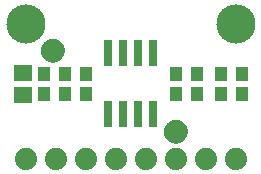
<source format=gbr>
G04 EAGLE Gerber RS-274X export*
G75*
%MOMM*%
%FSLAX34Y34*%
%LPD*%
%INSoldermask Top*%
%IPPOS*%
%AMOC8*
5,1,8,0,0,1.08239X$1,22.5*%
G01*
%ADD10R,1.101600X1.176600*%
%ADD11C,1.101600*%
%ADD12C,0.500000*%
%ADD13C,1.879600*%
%ADD14C,3.317600*%
%ADD15R,0.701600X2.301600*%
%ADD16R,1.601600X1.341600*%


D10*
X76200Y97400D03*
X76200Y80400D03*
D11*
X48260Y116840D03*
D12*
X48260Y124340D02*
X48079Y124338D01*
X47898Y124331D01*
X47717Y124320D01*
X47536Y124305D01*
X47356Y124285D01*
X47176Y124261D01*
X46997Y124233D01*
X46819Y124200D01*
X46642Y124163D01*
X46465Y124122D01*
X46290Y124077D01*
X46115Y124027D01*
X45942Y123973D01*
X45771Y123915D01*
X45600Y123853D01*
X45432Y123786D01*
X45265Y123716D01*
X45099Y123642D01*
X44936Y123563D01*
X44775Y123481D01*
X44615Y123395D01*
X44458Y123305D01*
X44303Y123211D01*
X44150Y123114D01*
X44000Y123012D01*
X43852Y122908D01*
X43706Y122799D01*
X43564Y122688D01*
X43424Y122572D01*
X43287Y122454D01*
X43152Y122332D01*
X43021Y122207D01*
X42893Y122079D01*
X42768Y121948D01*
X42646Y121813D01*
X42528Y121676D01*
X42412Y121536D01*
X42301Y121394D01*
X42192Y121248D01*
X42088Y121100D01*
X41986Y120950D01*
X41889Y120797D01*
X41795Y120642D01*
X41705Y120485D01*
X41619Y120325D01*
X41537Y120164D01*
X41458Y120001D01*
X41384Y119835D01*
X41314Y119668D01*
X41247Y119500D01*
X41185Y119329D01*
X41127Y119158D01*
X41073Y118985D01*
X41023Y118810D01*
X40978Y118635D01*
X40937Y118458D01*
X40900Y118281D01*
X40867Y118103D01*
X40839Y117924D01*
X40815Y117744D01*
X40795Y117564D01*
X40780Y117383D01*
X40769Y117202D01*
X40762Y117021D01*
X40760Y116840D01*
X48260Y124340D02*
X48441Y124338D01*
X48622Y124331D01*
X48803Y124320D01*
X48984Y124305D01*
X49164Y124285D01*
X49344Y124261D01*
X49523Y124233D01*
X49701Y124200D01*
X49878Y124163D01*
X50055Y124122D01*
X50230Y124077D01*
X50405Y124027D01*
X50578Y123973D01*
X50749Y123915D01*
X50920Y123853D01*
X51088Y123786D01*
X51255Y123716D01*
X51421Y123642D01*
X51584Y123563D01*
X51745Y123481D01*
X51905Y123395D01*
X52062Y123305D01*
X52217Y123211D01*
X52370Y123114D01*
X52520Y123012D01*
X52668Y122908D01*
X52814Y122799D01*
X52956Y122688D01*
X53096Y122572D01*
X53233Y122454D01*
X53368Y122332D01*
X53499Y122207D01*
X53627Y122079D01*
X53752Y121948D01*
X53874Y121813D01*
X53992Y121676D01*
X54108Y121536D01*
X54219Y121394D01*
X54328Y121248D01*
X54432Y121100D01*
X54534Y120950D01*
X54631Y120797D01*
X54725Y120642D01*
X54815Y120485D01*
X54901Y120325D01*
X54983Y120164D01*
X55062Y120001D01*
X55136Y119835D01*
X55206Y119668D01*
X55273Y119500D01*
X55335Y119329D01*
X55393Y119158D01*
X55447Y118985D01*
X55497Y118810D01*
X55542Y118635D01*
X55583Y118458D01*
X55620Y118281D01*
X55653Y118103D01*
X55681Y117924D01*
X55705Y117744D01*
X55725Y117564D01*
X55740Y117383D01*
X55751Y117202D01*
X55758Y117021D01*
X55760Y116840D01*
X55758Y116659D01*
X55751Y116478D01*
X55740Y116297D01*
X55725Y116116D01*
X55705Y115936D01*
X55681Y115756D01*
X55653Y115577D01*
X55620Y115399D01*
X55583Y115222D01*
X55542Y115045D01*
X55497Y114870D01*
X55447Y114695D01*
X55393Y114522D01*
X55335Y114351D01*
X55273Y114180D01*
X55206Y114012D01*
X55136Y113845D01*
X55062Y113679D01*
X54983Y113516D01*
X54901Y113355D01*
X54815Y113195D01*
X54725Y113038D01*
X54631Y112883D01*
X54534Y112730D01*
X54432Y112580D01*
X54328Y112432D01*
X54219Y112286D01*
X54108Y112144D01*
X53992Y112004D01*
X53874Y111867D01*
X53752Y111732D01*
X53627Y111601D01*
X53499Y111473D01*
X53368Y111348D01*
X53233Y111226D01*
X53096Y111108D01*
X52956Y110992D01*
X52814Y110881D01*
X52668Y110772D01*
X52520Y110668D01*
X52370Y110566D01*
X52217Y110469D01*
X52062Y110375D01*
X51905Y110285D01*
X51745Y110199D01*
X51584Y110117D01*
X51421Y110038D01*
X51255Y109964D01*
X51088Y109894D01*
X50920Y109827D01*
X50749Y109765D01*
X50578Y109707D01*
X50405Y109653D01*
X50230Y109603D01*
X50055Y109558D01*
X49878Y109517D01*
X49701Y109480D01*
X49523Y109447D01*
X49344Y109419D01*
X49164Y109395D01*
X48984Y109375D01*
X48803Y109360D01*
X48622Y109349D01*
X48441Y109342D01*
X48260Y109340D01*
X48079Y109342D01*
X47898Y109349D01*
X47717Y109360D01*
X47536Y109375D01*
X47356Y109395D01*
X47176Y109419D01*
X46997Y109447D01*
X46819Y109480D01*
X46642Y109517D01*
X46465Y109558D01*
X46290Y109603D01*
X46115Y109653D01*
X45942Y109707D01*
X45771Y109765D01*
X45600Y109827D01*
X45432Y109894D01*
X45265Y109964D01*
X45099Y110038D01*
X44936Y110117D01*
X44775Y110199D01*
X44615Y110285D01*
X44458Y110375D01*
X44303Y110469D01*
X44150Y110566D01*
X44000Y110668D01*
X43852Y110772D01*
X43706Y110881D01*
X43564Y110992D01*
X43424Y111108D01*
X43287Y111226D01*
X43152Y111348D01*
X43021Y111473D01*
X42893Y111601D01*
X42768Y111732D01*
X42646Y111867D01*
X42528Y112004D01*
X42412Y112144D01*
X42301Y112286D01*
X42192Y112432D01*
X42088Y112580D01*
X41986Y112730D01*
X41889Y112883D01*
X41795Y113038D01*
X41705Y113195D01*
X41619Y113355D01*
X41537Y113516D01*
X41458Y113679D01*
X41384Y113845D01*
X41314Y114012D01*
X41247Y114180D01*
X41185Y114351D01*
X41127Y114522D01*
X41073Y114695D01*
X41023Y114870D01*
X40978Y115045D01*
X40937Y115222D01*
X40900Y115399D01*
X40867Y115577D01*
X40839Y115756D01*
X40815Y115936D01*
X40795Y116116D01*
X40780Y116297D01*
X40769Y116478D01*
X40762Y116659D01*
X40760Y116840D01*
D11*
X152400Y48260D03*
D12*
X152400Y55760D02*
X152219Y55758D01*
X152038Y55751D01*
X151857Y55740D01*
X151676Y55725D01*
X151496Y55705D01*
X151316Y55681D01*
X151137Y55653D01*
X150959Y55620D01*
X150782Y55583D01*
X150605Y55542D01*
X150430Y55497D01*
X150255Y55447D01*
X150082Y55393D01*
X149911Y55335D01*
X149740Y55273D01*
X149572Y55206D01*
X149405Y55136D01*
X149239Y55062D01*
X149076Y54983D01*
X148915Y54901D01*
X148755Y54815D01*
X148598Y54725D01*
X148443Y54631D01*
X148290Y54534D01*
X148140Y54432D01*
X147992Y54328D01*
X147846Y54219D01*
X147704Y54108D01*
X147564Y53992D01*
X147427Y53874D01*
X147292Y53752D01*
X147161Y53627D01*
X147033Y53499D01*
X146908Y53368D01*
X146786Y53233D01*
X146668Y53096D01*
X146552Y52956D01*
X146441Y52814D01*
X146332Y52668D01*
X146228Y52520D01*
X146126Y52370D01*
X146029Y52217D01*
X145935Y52062D01*
X145845Y51905D01*
X145759Y51745D01*
X145677Y51584D01*
X145598Y51421D01*
X145524Y51255D01*
X145454Y51088D01*
X145387Y50920D01*
X145325Y50749D01*
X145267Y50578D01*
X145213Y50405D01*
X145163Y50230D01*
X145118Y50055D01*
X145077Y49878D01*
X145040Y49701D01*
X145007Y49523D01*
X144979Y49344D01*
X144955Y49164D01*
X144935Y48984D01*
X144920Y48803D01*
X144909Y48622D01*
X144902Y48441D01*
X144900Y48260D01*
X152400Y55760D02*
X152581Y55758D01*
X152762Y55751D01*
X152943Y55740D01*
X153124Y55725D01*
X153304Y55705D01*
X153484Y55681D01*
X153663Y55653D01*
X153841Y55620D01*
X154018Y55583D01*
X154195Y55542D01*
X154370Y55497D01*
X154545Y55447D01*
X154718Y55393D01*
X154889Y55335D01*
X155060Y55273D01*
X155228Y55206D01*
X155395Y55136D01*
X155561Y55062D01*
X155724Y54983D01*
X155885Y54901D01*
X156045Y54815D01*
X156202Y54725D01*
X156357Y54631D01*
X156510Y54534D01*
X156660Y54432D01*
X156808Y54328D01*
X156954Y54219D01*
X157096Y54108D01*
X157236Y53992D01*
X157373Y53874D01*
X157508Y53752D01*
X157639Y53627D01*
X157767Y53499D01*
X157892Y53368D01*
X158014Y53233D01*
X158132Y53096D01*
X158248Y52956D01*
X158359Y52814D01*
X158468Y52668D01*
X158572Y52520D01*
X158674Y52370D01*
X158771Y52217D01*
X158865Y52062D01*
X158955Y51905D01*
X159041Y51745D01*
X159123Y51584D01*
X159202Y51421D01*
X159276Y51255D01*
X159346Y51088D01*
X159413Y50920D01*
X159475Y50749D01*
X159533Y50578D01*
X159587Y50405D01*
X159637Y50230D01*
X159682Y50055D01*
X159723Y49878D01*
X159760Y49701D01*
X159793Y49523D01*
X159821Y49344D01*
X159845Y49164D01*
X159865Y48984D01*
X159880Y48803D01*
X159891Y48622D01*
X159898Y48441D01*
X159900Y48260D01*
X159898Y48079D01*
X159891Y47898D01*
X159880Y47717D01*
X159865Y47536D01*
X159845Y47356D01*
X159821Y47176D01*
X159793Y46997D01*
X159760Y46819D01*
X159723Y46642D01*
X159682Y46465D01*
X159637Y46290D01*
X159587Y46115D01*
X159533Y45942D01*
X159475Y45771D01*
X159413Y45600D01*
X159346Y45432D01*
X159276Y45265D01*
X159202Y45099D01*
X159123Y44936D01*
X159041Y44775D01*
X158955Y44615D01*
X158865Y44458D01*
X158771Y44303D01*
X158674Y44150D01*
X158572Y44000D01*
X158468Y43852D01*
X158359Y43706D01*
X158248Y43564D01*
X158132Y43424D01*
X158014Y43287D01*
X157892Y43152D01*
X157767Y43021D01*
X157639Y42893D01*
X157508Y42768D01*
X157373Y42646D01*
X157236Y42528D01*
X157096Y42412D01*
X156954Y42301D01*
X156808Y42192D01*
X156660Y42088D01*
X156510Y41986D01*
X156357Y41889D01*
X156202Y41795D01*
X156045Y41705D01*
X155885Y41619D01*
X155724Y41537D01*
X155561Y41458D01*
X155395Y41384D01*
X155228Y41314D01*
X155060Y41247D01*
X154889Y41185D01*
X154718Y41127D01*
X154545Y41073D01*
X154370Y41023D01*
X154195Y40978D01*
X154018Y40937D01*
X153841Y40900D01*
X153663Y40867D01*
X153484Y40839D01*
X153304Y40815D01*
X153124Y40795D01*
X152943Y40780D01*
X152762Y40769D01*
X152581Y40762D01*
X152400Y40760D01*
X152219Y40762D01*
X152038Y40769D01*
X151857Y40780D01*
X151676Y40795D01*
X151496Y40815D01*
X151316Y40839D01*
X151137Y40867D01*
X150959Y40900D01*
X150782Y40937D01*
X150605Y40978D01*
X150430Y41023D01*
X150255Y41073D01*
X150082Y41127D01*
X149911Y41185D01*
X149740Y41247D01*
X149572Y41314D01*
X149405Y41384D01*
X149239Y41458D01*
X149076Y41537D01*
X148915Y41619D01*
X148755Y41705D01*
X148598Y41795D01*
X148443Y41889D01*
X148290Y41986D01*
X148140Y42088D01*
X147992Y42192D01*
X147846Y42301D01*
X147704Y42412D01*
X147564Y42528D01*
X147427Y42646D01*
X147292Y42768D01*
X147161Y42893D01*
X147033Y43021D01*
X146908Y43152D01*
X146786Y43287D01*
X146668Y43424D01*
X146552Y43564D01*
X146441Y43706D01*
X146332Y43852D01*
X146228Y44000D01*
X146126Y44150D01*
X146029Y44303D01*
X145935Y44458D01*
X145845Y44615D01*
X145759Y44775D01*
X145677Y44936D01*
X145598Y45099D01*
X145524Y45265D01*
X145454Y45432D01*
X145387Y45600D01*
X145325Y45771D01*
X145267Y45942D01*
X145213Y46115D01*
X145163Y46290D01*
X145118Y46465D01*
X145077Y46642D01*
X145040Y46819D01*
X145007Y46997D01*
X144979Y47176D01*
X144955Y47356D01*
X144935Y47536D01*
X144920Y47717D01*
X144909Y47898D01*
X144902Y48079D01*
X144900Y48260D01*
D13*
X25400Y25400D03*
X50800Y25400D03*
X76200Y25400D03*
X101600Y25400D03*
X127000Y25400D03*
X152400Y25400D03*
X177800Y25400D03*
X203200Y25400D03*
D10*
X58420Y80400D03*
X58420Y97400D03*
X40640Y80400D03*
X40640Y97400D03*
X208280Y80400D03*
X208280Y97400D03*
X190500Y80400D03*
X190500Y97400D03*
X152400Y97400D03*
X152400Y80400D03*
X170180Y97400D03*
X170180Y80400D03*
D14*
X25400Y139700D03*
X203200Y139700D03*
D15*
X107950Y62900D03*
X107950Y114900D03*
X95250Y62900D03*
X120650Y62900D03*
X133350Y62900D03*
X95250Y114900D03*
X120650Y114900D03*
X133350Y114900D03*
D16*
X22860Y98400D03*
X22860Y79400D03*
M02*

</source>
